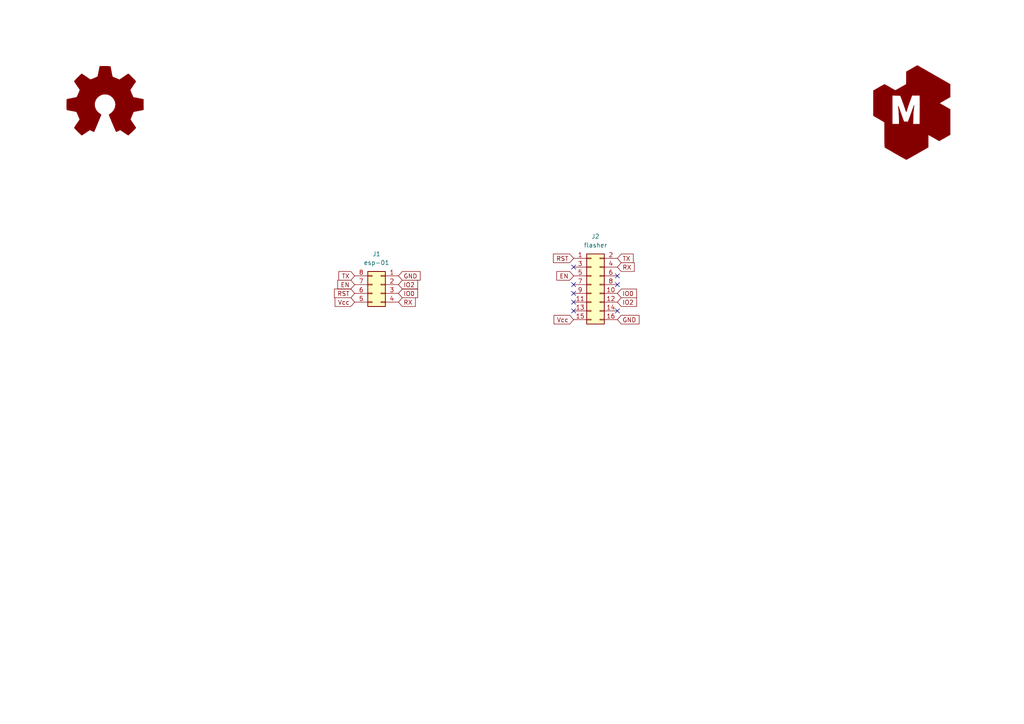
<source format=kicad_sch>
(kicad_sch (version 20211123) (generator eeschema)
  (paper "A4")
  (title_block (title "esp-flasher-01") (date "2023-04-10") (rev "2.0") (company "makerspace.lt"))
  (lib_symbols
    (symbol "-local:LOGO_KMS" (pin_names (offset 1.016))
      (symbol "LOGO_KMS_0_0"
        (polyline (pts (xy 0.0117 -14.5438) (xy 0.1815 -14.4596) (xy 0.4733 -14.3044) (xy 0.8715 -14.0867) (xy 1.3602 -13.8153) (xy 1.924 -13.4987) (xy 2.5471 -13.1457) (xy 3.2139 -12.765) (xy 6.35 -10.9673) (xy 6.35 -9.1666) (xy 6.3501 -8.9706) (xy 6.3525 -8.4585) (xy 6.3574 -8.0174) (xy 6.3642 -7.6719) (xy 6.3725 -7.4466) (xy 6.382 -7.366) (xy 6.3931 -7.3705) (xy 6.5163 -7.4356) (xy 6.7572 -7.5687) (xy 7.0937 -7.7574) (xy 7.504 -7.9893) (xy 7.966 -8.2524) (xy 9.518 -9.1387) (xy 9.8784 -8.9373) (xy 9.9805 -8.8799) (xy 10.249 -8.728) (xy 10.6096 -8.5232) (xy 11.0278 -8.2852) (xy 11.4694 -8.0335) (xy 12.7 -7.331) (xy 12.7 0.0494) (xy 11.176 0.9196) (xy 11.0418 0.9963) (xy 10.5993 1.2512) (xy 10.2174 1.4738) (xy 9.9177 1.6515) (xy 9.722 1.7712) (xy 9.652 1.8203) (xy 9.6578 1.8264) (xy 9.7659 1.8969) (xy 9.9934 2.0344) (xy 10.3187 2.2262) (xy 10.7201 2.4593) (xy 11.176 2.721) (xy 12.7 3.5912) (xy 12.7 7.3263) (xy 8.3185 9.8382) (xy 7.6069 10.2461) (xy 6.8355 10.688) (xy 6.1113 11.1028) (xy 5.4483 11.4824) (xy 4.8609 11.8184) (xy 4.3634 12.1028) (xy 3.9699 12.3275) (xy 3.6948 12.4842) (xy 3.5523 12.5649) (xy 3.1677 12.7795) (xy 1.5789 11.8716) (xy -0.0098 10.9637) (xy -0.0424 7.3239) (xy -1.6087 6.4227) (xy -1.8975 6.2571) (xy -2.3649 5.9936) (xy -2.7164 5.8043) (xy -2.9709 5.68) (xy -3.1477 5.612) (xy -3.2658 5.5912) (xy -3.3444 5.6086) (xy -3.4618 5.6732) (xy -3.7025 5.8093) (xy -4.0377 6.0007) (xy -4.4409 6.2321) (xy -4.8855 6.4885) (xy -5.3221 6.7382) (xy -5.7113 6.9558) (xy -6.0282 7.1278) (xy -6.2482 7.2407) (xy -6.3467 7.2813) (xy -6.3645 7.2764) (xy -6.5062 7.2095) (xy -6.7636 7.0739) (xy -7.1139 6.8821) (xy -7.5342 6.6465) (xy -8.0018 6.3795) (xy -9.5674 5.4776) (xy -9.5674 4.0688) (xy -4.064 4.0688) (xy -1.7516 4.0216) (xy -1.1718 2.4553) (xy -1 1.9865) (xy -0.7964 1.4201) (xy -0.6059 0.8796) (xy -0.4442 0.409) (xy -0.3266 0.0527) (xy -0.2179 -0.2807) (xy -0.1159 -0.5429) (xy -0.0353 -0.6449) (xy 0.0378 -0.5883) (xy 0.1173 -0.3745) (xy 0.217 -0.005) (xy 0.2461 0.1011) (xy 0.3452 0.4246) (xy 0.4827 0.8444) (xy 0.6445 1.3178) (xy 0.8165 1.8022) (xy 0.8988 2.0297) (xy 1.0719 2.5096) (xy 1.232 2.9552) (xy 1.3642 3.325) (xy 1.4536 3.5771) (xy 1.6242 4.064) (xy 3.88 4.064) (xy 3.9085 3.0691) (xy 3.9135 2.811) (xy 3.9177 2.3699) (xy 3.9198 1.8095) (xy 3.9199 1.1571) (xy 3.9179 0.44) (xy 3.9139 -0.3146) (xy 3.908 -1.0795) (xy 3.879 -4.2334) (xy 1.9224 -4.2334) (xy 1.9748 -2.4342) (xy 1.9947 -1.8396) (xy 2.0364 -0.9704) (xy 2.0906 -0.2293) (xy 2.1593 0.4093) (xy 2.2446 0.971) (xy 2.262 1.0904) (xy 2.2529 1.171) (xy 2.1976 1.1001) (xy 2.0991 0.8842) (xy 1.9605 0.5295) (xy 1.7849 0.0423) (xy 1.7468 -0.0664) (xy 1.5718 -0.5599) (xy 1.3664 -1.1332) (xy 1.1532 -1.7235) (xy 0.9546 -2.2683) (xy 0.4799 -3.5629) (xy -0.1138 -3.5383) (xy -0.7074 -3.5137) (xy -0.9586 -2.8364) (xy -0.9612 -2.8292) (xy -1.0706 -2.529) (xy -1.2213 -2.1084) (xy -1.3998 -1.6058) (xy -1.5924 -1.0595) (xy -1.7856 -0.508) (xy -1.8442 -0.3408) (xy -2.0095 0.1196) (xy -2.1523 0.5018) (xy -2.2647 0.7852) (xy -2.3386 0.9493) (xy -2.3659 0.9736) (xy -2.3657 0.9477) (xy -2.3538 0.7623) (xy -2.3275 0.455) (xy -2.29 0.0619) (xy -2.2445 -0.381) (xy -2.2379 -0.4446) (xy -2.1912 -1.0068) (xy -2.1531 -1.6534) (xy -2.1273 -2.3095) (xy -2.1176 -2.8999) (xy -2.1167 -4.2334) (xy -4.064 -4.2334) (xy -4.064 4.0688) (xy -9.5674 4.0688) (xy -9.5674 -1.8386) (xy -8.1915 -2.6257) (xy -7.7716 -2.8672) (xy -7.3526 -3.111) (xy -6.9963 -3.3211) (xy -6.7308 -3.4809) (xy -6.5844 -3.5738) (xy -6.353 -3.7348) (xy -6.3529 -7.3454) (xy -6.3527 -7.7944) (xy -6.3506 -8.6376) (xy -6.346 -9.3299) (xy -6.3386 -9.8839) (xy -6.3279 -10.3121) (xy -6.3136 -10.6272) (xy -6.2954 -10.8417) (xy -6.2729 -10.9682) (xy -6.2456 -11.0192) (xy -6.2238 -11.0319) (xy -6.0739 -11.1186) (xy -5.8 -11.2769) (xy -5.4182 -11.4974) (xy -4.9445 -11.7709) (xy -4.3949 -12.0881) (xy -3.7856 -12.4397) (xy -3.1327 -12.8164) (xy -2.8568 -12.9754) (xy -2.2209 -13.34) (xy -1.6355 -13.6733) (xy -1.1165 -13.9663) (xy -0.6799 -14.2101) (xy -0.3417 -14.3958) (xy -0.1179 -14.5142) (xy -0.0246 -14.5566) (xy 0.0117 -14.5438)) (stroke (width 0.01)) (fill (type outline)))
      )
    )
    (symbol "Connector_Generic:Conn_02x04_Counter_Clockwise" (pin_names (offset 1.016) hide)
      (property "Reference" "J" (at 1.27 5.08 0))
      (property "Value" "Conn_02x04_Counter_Clockwise" (at 1.27 -7.62 0))
      (symbol "Conn_02x04_Counter_Clockwise_1_1"
        (rectangle (start -1.27 -4.953) (end 0 -5.207) (stroke (width 0.1524)))
        (rectangle (start -1.27 -2.413) (end 0 -2.667) (stroke (width 0.1524)))
        (rectangle (start -1.27 0.127) (end 0 -0.127) (stroke (width 0.1524)))
        (rectangle (start -1.27 2.667) (end 0 2.413) (stroke (width 0.1524)))
        (rectangle (start -1.27 3.81) (end 3.81 -6.35) (stroke (width 0.254)) (fill (type background)))
        (rectangle (start 3.81 -4.953) (end 2.54 -5.207) (stroke (width 0.1524)))
        (rectangle (start 3.81 -2.413) (end 2.54 -2.667) (stroke (width 0.1524)))
        (rectangle (start 3.81 0.127) (end 2.54 -0.127) (stroke (width 0.1524)))
        (rectangle (start 3.81 2.667) (end 2.54 2.413) (stroke (width 0.1524)))
        (pin passive line (at -5.08 2.54 0) (length 3.81) (name "Pin_1") (number "1"))
        (pin passive line (at -5.08 0 0) (length 3.81) (name "Pin_2") (number "2"))
        (pin passive line (at -5.08 -2.54 0) (length 3.81) (name "Pin_3") (number "3"))
        (pin passive line (at -5.08 -5.08 0) (length 3.81) (name "Pin_4") (number "4"))
        (pin passive line (at 7.62 -5.08 180) (length 3.81) (name "Pin_5") (number "5"))
        (pin passive line (at 7.62 -2.54 180) (length 3.81) (name "Pin_6") (number "6"))
        (pin passive line (at 7.62 0 180) (length 3.81) (name "Pin_7") (number "7"))
        (pin passive line (at 7.62 2.54 180) (length 3.81) (name "Pin_8") (number "8"))
      )
    )
    (symbol "Connector_Generic:Conn_02x08_Odd_Even" (pin_names (offset 1.016) hide)
      (property "Reference" "J" (at 1.27 10.16 0))
      (property "Value" "Conn_02x08_Odd_Even" (at 1.27 -12.7 0))
      (symbol "Conn_02x08_Odd_Even_1_1"
        (rectangle (start -1.27 -10.033) (end 0 -10.287) (stroke (width 0.1524)))
        (rectangle (start -1.27 -7.493) (end 0 -7.747) (stroke (width 0.1524)))
        (rectangle (start -1.27 -4.953) (end 0 -5.207) (stroke (width 0.1524)))
        (rectangle (start -1.27 -2.413) (end 0 -2.667) (stroke (width 0.1524)))
        (rectangle (start -1.27 0.127) (end 0 -0.127) (stroke (width 0.1524)))
        (rectangle (start -1.27 2.667) (end 0 2.413) (stroke (width 0.1524)))
        (rectangle (start -1.27 5.207) (end 0 4.953) (stroke (width 0.1524)))
        (rectangle (start -1.27 7.747) (end 0 7.493) (stroke (width 0.1524)))
        (rectangle (start -1.27 8.89) (end 3.81 -11.43) (stroke (width 0.254)) (fill (type background)))
        (rectangle (start 3.81 -10.033) (end 2.54 -10.287) (stroke (width 0.1524)))
        (rectangle (start 3.81 -7.493) (end 2.54 -7.747) (stroke (width 0.1524)))
        (rectangle (start 3.81 -4.953) (end 2.54 -5.207) (stroke (width 0.1524)))
        (rectangle (start 3.81 -2.413) (end 2.54 -2.667) (stroke (width 0.1524)))
        (rectangle (start 3.81 0.127) (end 2.54 -0.127) (stroke (width 0.1524)))
        (rectangle (start 3.81 2.667) (end 2.54 2.413) (stroke (width 0.1524)))
        (rectangle (start 3.81 5.207) (end 2.54 4.953) (stroke (width 0.1524)))
        (rectangle (start 3.81 7.747) (end 2.54 7.493) (stroke (width 0.1524)))
        (pin passive line (at -5.08 7.62 0) (length 3.81) (name "Pin_1") (number "1"))
        (pin passive line (at 7.62 -2.54 180) (length 3.81) (name "Pin_10") (number "10"))
        (pin passive line (at -5.08 -5.08 0) (length 3.81) (name "Pin_11") (number "11"))
        (pin passive line (at 7.62 -5.08 180) (length 3.81) (name "Pin_12") (number "12"))
        (pin passive line (at -5.08 -7.62 0) (length 3.81) (name "Pin_13") (number "13"))
        (pin passive line (at 7.62 -7.62 180) (length 3.81) (name "Pin_14") (number "14"))
        (pin passive line (at -5.08 -10.16 0) (length 3.81) (name "Pin_15") (number "15"))
        (pin passive line (at 7.62 -10.16 180) (length 3.81) (name "Pin_16") (number "16"))
        (pin passive line (at 7.62 7.62 180) (length 3.81) (name "Pin_2") (number "2"))
        (pin passive line (at -5.08 5.08 0) (length 3.81) (name "Pin_3") (number "3"))
        (pin passive line (at 7.62 5.08 180) (length 3.81) (name "Pin_4") (number "4"))
        (pin passive line (at -5.08 2.54 0) (length 3.81) (name "Pin_5") (number "5"))
        (pin passive line (at 7.62 2.54 180) (length 3.81) (name "Pin_6") (number "6"))
        (pin passive line (at -5.08 0 0) (length 3.81) (name "Pin_7") (number "7"))
        (pin passive line (at 7.62 0 180) (length 3.81) (name "Pin_8") (number "8"))
        (pin passive line (at -5.08 -2.54 0) (length 3.81) (name "Pin_9") (number "9"))
      )
    )
    (symbol "Graphic:Logo_Open_Hardware_Large" (pin_names (offset 1.016))
      (symbol "Logo_Open_Hardware_Large_1_1"
        (polyline (pts (xy 6.731 -8.7122) (xy 6.6294 -8.6614) (xy 6.35 -8.4836) (xy 5.9944 -8.255) (xy 5.5372 -7.9502) (xy 5.1054 -7.6454) (xy 4.7498 -7.4168) (xy 4.4958 -7.239) (xy 4.3942 -7.1882) (xy 4.318 -7.2136) (xy 4.1148 -7.3152) (xy 3.81 -7.4676) (xy 3.6322 -7.5692) (xy 3.3528 -7.6708) (xy 3.2258 -7.6962) (xy 3.2004 -7.6708) (xy 3.0988 -7.4676) (xy 2.9464 -7.0866) (xy 2.7178 -6.604) (xy 2.4892 -6.0452) (xy 2.2352 -5.4356) (xy 1.9558 -4.826) (xy 1.7272 -4.2164) (xy 1.4986 -3.683) (xy 1.3208 -3.2512) (xy 1.2192 -2.9464) (xy 1.1684 -2.8194) (xy 1.1938 -2.794) (xy 1.3208 -2.667) (xy 1.5748 -2.4892) (xy 2.0828 -2.0574) (xy 2.6162 -1.397) (xy 2.921 -0.6604) (xy 3.048 0.1524) (xy 2.9464 0.9144) (xy 2.6416 1.6256) (xy 2.1336 2.286) (xy 1.524 2.7686) (xy 0.8128 3.0734) (xy 0 3.175) (xy -0.762 3.0988) (xy -1.4986 2.794) (xy -2.159 2.286) (xy -2.4384 1.9812) (xy -2.8194 1.3208) (xy -3.048 0.6096) (xy -3.0734 0.4318) (xy -3.0226 -0.3556) (xy -2.794 -1.0922) (xy -2.3876 -1.7526) (xy -1.8288 -2.3114) (xy -1.7526 -2.3622) (xy -1.4732 -2.5654) (xy -1.2954 -2.6924) (xy -1.1684 -2.8194) (xy -2.159 -5.207) (xy -2.3114 -5.588) (xy -2.5908 -6.2484) (xy -2.8194 -6.8072) (xy -3.0226 -7.2644) (xy -3.1496 -7.5692) (xy -3.2258 -7.6708) (xy -3.2258 -7.6962) (xy -3.302 -7.6962) (xy -3.4798 -7.6454) (xy -3.8354 -7.4676) (xy -4.0386 -7.366) (xy -4.2926 -7.239) (xy -4.4196 -7.1882) (xy -4.5212 -7.239) (xy -4.7498 -7.3914) (xy -5.1054 -7.6454) (xy -5.5372 -7.9248) (xy -5.9436 -8.2042) (xy -6.3246 -8.4582) (xy -6.604 -8.636) (xy -6.731 -8.7122) (xy -6.7564 -8.7122) (xy -6.858 -8.636) (xy -7.0866 -8.4582) (xy -7.4168 -8.1534) (xy -7.874 -7.6962) (xy -7.9502 -7.62) (xy -8.3312 -7.239) (xy -8.636 -6.9088) (xy -8.8392 -6.6802) (xy -8.9154 -6.5786) (xy -8.9154 -6.5786) (xy -8.8392 -6.4516) (xy -8.6614 -6.1722) (xy -8.4328 -5.7912) (xy -8.128 -5.3594) (xy -7.3152 -4.191) (xy -7.7724 -3.0988) (xy -7.8994 -2.7686) (xy -8.0772 -2.3622) (xy -8.2042 -2.0828) (xy -8.255 -1.9558) (xy -8.382 -1.905) (xy -8.6614 -1.8542) (xy -9.0932 -1.7526) (xy -9.6266 -1.651) (xy -10.1092 -1.5748) (xy -10.541 -1.4732) (xy -10.8712 -1.4224) (xy -11.0236 -1.397) (xy -11.049 -1.3716) (xy -11.0744 -1.2954) (xy -11.0998 -1.143) (xy -11.0998 -0.889) (xy -11.1252 -0.4572) (xy -11.1252 0.1524) (xy -11.1252 0.2286) (xy -11.0998 0.8128) (xy -11.0998 1.27) (xy -11.0744 1.5494) (xy -11.0744 1.6764) (xy -11.0744 1.6764) (xy -10.922 1.7018) (xy -10.6172 1.778) (xy -10.16 1.8542) (xy -9.652 1.9558) (xy -9.6012 1.9812) (xy -9.0932 2.0828) (xy -8.636 2.159) (xy -8.3312 2.2352) (xy -8.2042 2.286) (xy -8.1788 2.3114) (xy -8.0772 2.5146) (xy -7.9248 2.8448) (xy -7.747 3.2512) (xy -7.5692 3.6576) (xy -7.4168 4.0386) (xy -7.3152 4.318) (xy -7.2898 4.445) (xy -7.2898 4.445) (xy -7.366 4.572) (xy -7.5438 4.826) (xy -7.7978 5.207) (xy -8.128 5.6642) (xy -8.128 5.6896) (xy -8.4328 6.1468) (xy -8.6868 6.5278) (xy -8.8392 6.7818) (xy -8.9154 6.9088) (xy -8.9154 6.9088) (xy -8.8138 7.0358) (xy -8.5852 7.2898) (xy -8.255 7.6454) (xy -7.874 8.0264) (xy -7.747 8.1534) (xy -7.3152 8.5852) (xy -7.0104 8.8646) (xy -6.8326 8.9916) (xy -6.731 9.0424) (xy -6.731 9.0424) (xy -6.604 8.9408) (xy -6.3246 8.763) (xy -5.9436 8.509) (xy -5.4864 8.2042) (xy -5.461 8.1788) (xy -5.0038 7.874) (xy -4.6482 7.62) (xy -4.3688 7.4422) (xy -4.2672 7.3914) (xy -4.2418 7.3914) (xy -4.064 7.4422) (xy -3.7338 7.5438) (xy -3.3528 7.6962) (xy -2.9464 7.874) (xy -2.5654 8.0264) (xy -2.286 8.1534) (xy -2.159 8.2296) (xy -2.159 8.2296) (xy -2.1082 8.382) (xy -2.032 8.7122) (xy -1.9304 9.1694) (xy -1.8288 9.7282) (xy -1.8034 9.8044) (xy -1.7018 10.3378) (xy -1.6256 10.7696) (xy -1.5748 11.0744) (xy -1.524 11.2014) (xy -1.4478 11.2268) (xy -1.1938 11.2522) (xy -0.8128 11.2522) (xy -0.3302 11.2522) (xy 0.1524 11.2522) (xy 0.6604 11.2522) (xy 1.0668 11.2268) (xy 1.3716 11.2014) (xy 1.4986 11.176) (xy 1.4986 11.176) (xy 1.5494 11.0236) (xy 1.6256 10.6934) (xy 1.7018 10.2108) (xy 1.8288 9.6774) (xy 1.8288 9.5758) (xy 1.9304 9.0424) (xy 2.032 8.6106) (xy 2.0828 8.3058) (xy 2.1336 8.2042) (xy 2.159 8.1788) (xy 2.3876 8.0772) (xy 2.7432 7.9248) (xy 3.175 7.747) (xy 4.191 7.3406) (xy 5.461 8.2042) (xy 5.5626 8.2804) (xy 6.0198 8.5852) (xy 6.3754 8.8392) (xy 6.6294 8.9916) (xy 6.7564 9.0424) (xy 6.7564 9.0424) (xy 6.8834 8.9408) (xy 7.1374 8.7122) (xy 7.4676 8.382) (xy 7.8486 7.9756) (xy 8.1534 7.6962) (xy 8.4836 7.3406) (xy 8.7122 7.112) (xy 8.8392 6.9596) (xy 8.8646 6.858) (xy 8.8646 6.8072) (xy 8.7884 6.6802) (xy 8.6106 6.4008) (xy 8.3312 6.0198) (xy 8.0264 5.588) (xy 7.7978 5.207) (xy 7.5184 4.8006) (xy 7.3406 4.4958) (xy 7.2898 4.3434) (xy 7.2898 4.2926) (xy 7.3914 4.0386) (xy 7.5184 3.683) (xy 7.7216 3.2258) (xy 8.1534 2.2352) (xy 8.7884 2.1082) (xy 9.1948 2.0574) (xy 9.7536 1.9304) (xy 10.2616 1.8288) (xy 11.0998 1.6764) (xy 11.1252 -1.3208) (xy 10.9982 -1.3716) (xy 10.8712 -1.397) (xy 10.5664 -1.4732) (xy 10.1346 -1.5494) (xy 9.6266 -1.651) (xy 9.1948 -1.7272) (xy 8.7376 -1.8288) (xy 8.4328 -1.8796) (xy 8.2804 -1.905) (xy 8.255 -1.9558) (xy 8.1534 -2.159) (xy 7.9756 -2.5146) (xy 7.8232 -2.921) (xy 7.6454 -3.3274) (xy 7.493 -3.7338) (xy 7.366 -4.0132) (xy 7.3406 -4.191) (xy 7.3914 -4.2926) (xy 7.5692 -4.5466) (xy 7.7978 -4.9276) (xy 8.1026 -5.3594) (xy 8.4074 -5.7912) (xy 8.6614 -6.1722) (xy 8.8138 -6.4262) (xy 8.89 -6.5532) (xy 8.8646 -6.6548) (xy 8.6868 -6.858) (xy 8.3566 -7.1882) (xy 7.874 -7.6708) (xy 7.7978 -7.747) (xy 7.3914 -8.128) (xy 7.0612 -8.4328) (xy 6.8326 -8.636) (xy 6.731 -8.7122)) (fill (type outline)))
      )
    )
  )
  (no_connect (at 166.37 77.47))
  (no_connect (at 179.07 82.55))
  (no_connect (at 179.07 80.01))
  (no_connect (at 166.37 85.09))
  (no_connect (at 166.37 87.63))
  (no_connect (at 166.37 90.17))
  (no_connect (at 179.07 90.17))
  (no_connect (at 166.37 82.55))
  (global_label "IO0" (shape input) (at 179.07 85.09 0) (property "Intersheet References" "${INTERSHEET_REFS}" (effects hide)))
  (global_label "GND" (shape input) (at 115.57 80.01 0) (property "Intersheet References" "${INTERSHEET_REFS}" (effects hide)))
  (global_label "TX" (shape input) (at 102.87 80.01 180) (property "Intersheet References" "${INTERSHEET_REFS}" (effects hide)))
  (global_label "TX" (shape input) (at 179.07 74.93 0) (property "Intersheet References" "${INTERSHEET_REFS}" (effects hide)))
  (global_label "IO2" (shape input) (at 115.57 82.55 0) (property "Intersheet References" "${INTERSHEET_REFS}" (effects hide)))
  (global_label "EN" (shape input) (at 166.37 80.01 180) (property "Intersheet References" "${INTERSHEET_REFS}" (effects hide)))
  (global_label "RST" (shape input) (at 102.87 85.09 180) (property "Intersheet References" "${INTERSHEET_REFS}" (effects hide)))
  (global_label "GND" (shape input) (at 179.07 92.71 0) (property "Intersheet References" "${INTERSHEET_REFS}" (effects hide)))
  (global_label "RX" (shape input) (at 179.07 77.47 0) (property "Intersheet References" "${INTERSHEET_REFS}" (effects hide)))
  (global_label "RX" (shape input) (at 115.57 87.63 0) (property "Intersheet References" "${INTERSHEET_REFS}" (effects hide)))
  (global_label "Vcc" (shape input) (at 166.37 92.71 180) (property "Intersheet References" "${INTERSHEET_REFS}" (effects hide)))
  (global_label "IO2" (shape input) (at 179.07 87.63 0) (property "Intersheet References" "${INTERSHEET_REFS}" (effects hide)))
  (global_label "IO0" (shape input) (at 115.57 85.09 0) (property "Intersheet References" "${INTERSHEET_REFS}" (effects hide)))
  (global_label "EN" (shape input) (at 102.87 82.55 180) (property "Intersheet References" "${INTERSHEET_REFS}" (effects hide)))
  (global_label "RST" (shape input) (at 166.37 74.93 180) (property "Intersheet References" "${INTERSHEET_REFS}" (effects hide)))
  (global_label "Vcc" (shape input) (at 102.87 87.63 180) (property "Intersheet References" "${INTERSHEET_REFS}" (effects hide)))
  (symbol (lib_id "Connector_Generic:Conn_02x08_Odd_Even") (at 171.45 82.55 0) (unit 1)
    (property "Reference" "J2" (at 172.72 68.58 0))
    (property "Value" "flasher" (at 172.72 71.12 0))
    (property "Footprint" "Connector_IDC:IDC-Header_2x08_P2.54mm_Vertical" (effects hide))
    (property "jlc-part-type" "E" (effects hide))
    (property "lcsc#" "C3406" (effects hide))
  )
  (symbol (lib_id "-local:LOGO_KMS") (at 262.89 31.75 0) (unit 1) (in_bom no)
    (property "Reference" "G2" (effects hide))
    (property "Value" "LOGO_KMS" (effects hide))
    (property "Footprint" "-local:logo_kms_small_silkscreen" (effects hide))
    (property "jlc-part-type" "-" (effects hide))
  )
  (symbol (lib_id "Connector_Generic:Conn_02x04_Counter_Clockwise") (at 110.49 82.55 0) (mirror y) (unit 1)
    (property "Reference" "J1" (at 109.22 73.66 0))
    (property "Value" "esp-01" (at 109.22 76.2 0))
    (property "Footprint" "-local:PinSocket_2x04_P2.54mm_Vertical" (effects hide))
    (property "jlc-part-type" "E" (effects hide))
    (property "lcsc#" "C92271" (effects hide))
  )
  (symbol (lib_id "Graphic:Logo_Open_Hardware_Large") (at 30.48 30.48 0) (unit 1) (in_bom no)
    (property "Reference" "G1" (effects hide))
    (property "Value" "Logo_Open_Hardware_Large" (effects hide))
    (property "Footprint" "Symbol:OSHW-Symbol_6.7x6mm_SilkScreen" (effects hide))
    (property "jlc-part-type" "-" (effects hide))
  )
)
</source>
